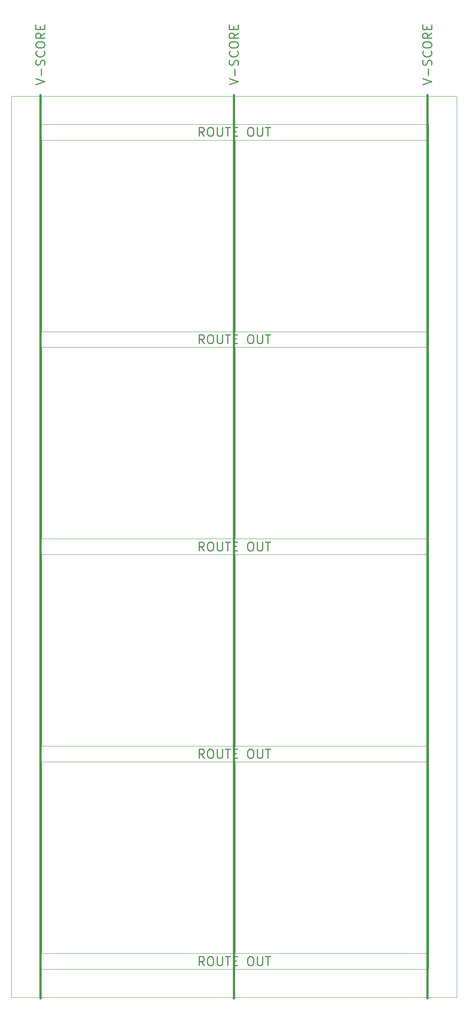
<source format=gko>
%TF.GenerationSoftware,KiCad,Pcbnew,8.0.6*%
%TF.CreationDate,2024-11-18T21:06:19-07:00*%
%TF.ProjectId,SparkFun_RTK_Postcard_panelized,53706172-6b46-4756-9e5f-52544b5f506f,rev?*%
%TF.SameCoordinates,Original*%
%TF.FileFunction,Soldermask,Bot*%
%TF.FilePolarity,Negative*%
%FSLAX46Y46*%
G04 Gerber Fmt 4.6, Leading zero omitted, Abs format (unit mm)*
G04 Created by KiCad (PCBNEW 8.0.6) date 2024-11-18 21:06:19*
%MOMM*%
%LPD*%
G01*
G04 APERTURE LIST*
%TA.AperFunction,Profile*%
%ADD10C,0.100000*%
%TD*%
%ADD11C,0.250000*%
%ADD12C,0.500000*%
G04 APERTURE END LIST*
D10*
X-500000Y-3548000D02*
X-500000Y186912000D01*
X87360000Y-3548000D02*
X-500000Y-3548000D01*
X87360000Y186912000D02*
X87360000Y-3548000D01*
X-500000Y186912000D02*
X87360000Y186912000D01*
X-6850000Y-9898000D02*
X-6850000Y193262000D01*
X93710000Y-9898000D02*
X-6850000Y-9898000D01*
X93710000Y193262000D02*
X93710000Y-9898000D01*
X-6850000Y193262000D02*
X93710000Y193262000D01*
X43680000Y183364000D02*
X86860000Y183364000D01*
X86860000Y140184000D01*
X43680000Y140184000D01*
X43680000Y183364000D01*
X43680000Y136636000D02*
X86860000Y136636000D01*
X86860000Y93456000D01*
X43680000Y93456000D01*
X43680000Y136636000D01*
X43680000Y89908000D02*
X86860000Y89908000D01*
X86860000Y46728000D01*
X43680000Y46728000D01*
X43680000Y89908000D01*
X43680000Y43180000D02*
X86860000Y43180000D01*
X86860000Y0D01*
X43680000Y0D01*
X43680000Y43180000D01*
X0Y183364000D02*
X43180000Y183364000D01*
X43180000Y140184000D01*
X0Y140184000D01*
X0Y183364000D01*
X0Y136636000D02*
X43180000Y136636000D01*
X43180000Y93456000D01*
X0Y93456000D01*
X0Y136636000D01*
X0Y89908000D02*
X43180000Y89908000D01*
X43180000Y46728000D01*
X0Y46728000D01*
X0Y89908000D01*
X0Y43180000D02*
X43180000Y43180000D01*
X43180000Y0D01*
X0Y0D01*
X0Y43180000D01*
D11*
X36668094Y-2686238D02*
X36001427Y-1733857D01*
X35525237Y-2686238D02*
X35525237Y-686238D01*
X35525237Y-686238D02*
X36287142Y-686238D01*
X36287142Y-686238D02*
X36477618Y-781476D01*
X36477618Y-781476D02*
X36572856Y-876714D01*
X36572856Y-876714D02*
X36668094Y-1067190D01*
X36668094Y-1067190D02*
X36668094Y-1352904D01*
X36668094Y-1352904D02*
X36572856Y-1543380D01*
X36572856Y-1543380D02*
X36477618Y-1638619D01*
X36477618Y-1638619D02*
X36287142Y-1733857D01*
X36287142Y-1733857D02*
X35525237Y-1733857D01*
X37906189Y-686238D02*
X38287142Y-686238D01*
X38287142Y-686238D02*
X38477618Y-781476D01*
X38477618Y-781476D02*
X38668094Y-971952D01*
X38668094Y-971952D02*
X38763332Y-1352904D01*
X38763332Y-1352904D02*
X38763332Y-2019571D01*
X38763332Y-2019571D02*
X38668094Y-2400523D01*
X38668094Y-2400523D02*
X38477618Y-2591000D01*
X38477618Y-2591000D02*
X38287142Y-2686238D01*
X38287142Y-2686238D02*
X37906189Y-2686238D01*
X37906189Y-2686238D02*
X37715713Y-2591000D01*
X37715713Y-2591000D02*
X37525237Y-2400523D01*
X37525237Y-2400523D02*
X37429999Y-2019571D01*
X37429999Y-2019571D02*
X37429999Y-1352904D01*
X37429999Y-1352904D02*
X37525237Y-971952D01*
X37525237Y-971952D02*
X37715713Y-781476D01*
X37715713Y-781476D02*
X37906189Y-686238D01*
X39620475Y-686238D02*
X39620475Y-2305285D01*
X39620475Y-2305285D02*
X39715713Y-2495761D01*
X39715713Y-2495761D02*
X39810951Y-2591000D01*
X39810951Y-2591000D02*
X40001427Y-2686238D01*
X40001427Y-2686238D02*
X40382380Y-2686238D01*
X40382380Y-2686238D02*
X40572856Y-2591000D01*
X40572856Y-2591000D02*
X40668094Y-2495761D01*
X40668094Y-2495761D02*
X40763332Y-2305285D01*
X40763332Y-2305285D02*
X40763332Y-686238D01*
X41429999Y-686238D02*
X42572856Y-686238D01*
X42001427Y-2686238D02*
X42001427Y-686238D01*
X43239523Y-1638619D02*
X43906190Y-1638619D01*
X44191904Y-2686238D02*
X43239523Y-2686238D01*
X43239523Y-2686238D02*
X43239523Y-686238D01*
X43239523Y-686238D02*
X44191904Y-686238D01*
X46953809Y-686238D02*
X47334762Y-686238D01*
X47334762Y-686238D02*
X47525238Y-781476D01*
X47525238Y-781476D02*
X47715714Y-971952D01*
X47715714Y-971952D02*
X47810952Y-1352904D01*
X47810952Y-1352904D02*
X47810952Y-2019571D01*
X47810952Y-2019571D02*
X47715714Y-2400523D01*
X47715714Y-2400523D02*
X47525238Y-2591000D01*
X47525238Y-2591000D02*
X47334762Y-2686238D01*
X47334762Y-2686238D02*
X46953809Y-2686238D01*
X46953809Y-2686238D02*
X46763333Y-2591000D01*
X46763333Y-2591000D02*
X46572857Y-2400523D01*
X46572857Y-2400523D02*
X46477619Y-2019571D01*
X46477619Y-2019571D02*
X46477619Y-1352904D01*
X46477619Y-1352904D02*
X46572857Y-971952D01*
X46572857Y-971952D02*
X46763333Y-781476D01*
X46763333Y-781476D02*
X46953809Y-686238D01*
X48668095Y-686238D02*
X48668095Y-2305285D01*
X48668095Y-2305285D02*
X48763333Y-2495761D01*
X48763333Y-2495761D02*
X48858571Y-2591000D01*
X48858571Y-2591000D02*
X49049047Y-2686238D01*
X49049047Y-2686238D02*
X49430000Y-2686238D01*
X49430000Y-2686238D02*
X49620476Y-2591000D01*
X49620476Y-2591000D02*
X49715714Y-2495761D01*
X49715714Y-2495761D02*
X49810952Y-2305285D01*
X49810952Y-2305285D02*
X49810952Y-686238D01*
X50477619Y-686238D02*
X51620476Y-686238D01*
X51049047Y-2686238D02*
X51049047Y-686238D01*
X36668094Y44041762D02*
X36001427Y44994143D01*
X35525237Y44041762D02*
X35525237Y46041762D01*
X35525237Y46041762D02*
X36287142Y46041762D01*
X36287142Y46041762D02*
X36477618Y45946524D01*
X36477618Y45946524D02*
X36572856Y45851286D01*
X36572856Y45851286D02*
X36668094Y45660810D01*
X36668094Y45660810D02*
X36668094Y45375096D01*
X36668094Y45375096D02*
X36572856Y45184620D01*
X36572856Y45184620D02*
X36477618Y45089381D01*
X36477618Y45089381D02*
X36287142Y44994143D01*
X36287142Y44994143D02*
X35525237Y44994143D01*
X37906189Y46041762D02*
X38287142Y46041762D01*
X38287142Y46041762D02*
X38477618Y45946524D01*
X38477618Y45946524D02*
X38668094Y45756048D01*
X38668094Y45756048D02*
X38763332Y45375096D01*
X38763332Y45375096D02*
X38763332Y44708429D01*
X38763332Y44708429D02*
X38668094Y44327477D01*
X38668094Y44327477D02*
X38477618Y44137000D01*
X38477618Y44137000D02*
X38287142Y44041762D01*
X38287142Y44041762D02*
X37906189Y44041762D01*
X37906189Y44041762D02*
X37715713Y44137000D01*
X37715713Y44137000D02*
X37525237Y44327477D01*
X37525237Y44327477D02*
X37429999Y44708429D01*
X37429999Y44708429D02*
X37429999Y45375096D01*
X37429999Y45375096D02*
X37525237Y45756048D01*
X37525237Y45756048D02*
X37715713Y45946524D01*
X37715713Y45946524D02*
X37906189Y46041762D01*
X39620475Y46041762D02*
X39620475Y44422715D01*
X39620475Y44422715D02*
X39715713Y44232239D01*
X39715713Y44232239D02*
X39810951Y44137000D01*
X39810951Y44137000D02*
X40001427Y44041762D01*
X40001427Y44041762D02*
X40382380Y44041762D01*
X40382380Y44041762D02*
X40572856Y44137000D01*
X40572856Y44137000D02*
X40668094Y44232239D01*
X40668094Y44232239D02*
X40763332Y44422715D01*
X40763332Y44422715D02*
X40763332Y46041762D01*
X41429999Y46041762D02*
X42572856Y46041762D01*
X42001427Y44041762D02*
X42001427Y46041762D01*
X43239523Y45089381D02*
X43906190Y45089381D01*
X44191904Y44041762D02*
X43239523Y44041762D01*
X43239523Y44041762D02*
X43239523Y46041762D01*
X43239523Y46041762D02*
X44191904Y46041762D01*
X46953809Y46041762D02*
X47334762Y46041762D01*
X47334762Y46041762D02*
X47525238Y45946524D01*
X47525238Y45946524D02*
X47715714Y45756048D01*
X47715714Y45756048D02*
X47810952Y45375096D01*
X47810952Y45375096D02*
X47810952Y44708429D01*
X47810952Y44708429D02*
X47715714Y44327477D01*
X47715714Y44327477D02*
X47525238Y44137000D01*
X47525238Y44137000D02*
X47334762Y44041762D01*
X47334762Y44041762D02*
X46953809Y44041762D01*
X46953809Y44041762D02*
X46763333Y44137000D01*
X46763333Y44137000D02*
X46572857Y44327477D01*
X46572857Y44327477D02*
X46477619Y44708429D01*
X46477619Y44708429D02*
X46477619Y45375096D01*
X46477619Y45375096D02*
X46572857Y45756048D01*
X46572857Y45756048D02*
X46763333Y45946524D01*
X46763333Y45946524D02*
X46953809Y46041762D01*
X48668095Y46041762D02*
X48668095Y44422715D01*
X48668095Y44422715D02*
X48763333Y44232239D01*
X48763333Y44232239D02*
X48858571Y44137000D01*
X48858571Y44137000D02*
X49049047Y44041762D01*
X49049047Y44041762D02*
X49430000Y44041762D01*
X49430000Y44041762D02*
X49620476Y44137000D01*
X49620476Y44137000D02*
X49715714Y44232239D01*
X49715714Y44232239D02*
X49810952Y44422715D01*
X49810952Y44422715D02*
X49810952Y46041762D01*
X50477619Y46041762D02*
X51620476Y46041762D01*
X51049047Y44041762D02*
X51049047Y46041762D01*
X36668094Y90769762D02*
X36001427Y91722143D01*
X35525237Y90769762D02*
X35525237Y92769762D01*
X35525237Y92769762D02*
X36287142Y92769762D01*
X36287142Y92769762D02*
X36477618Y92674524D01*
X36477618Y92674524D02*
X36572856Y92579286D01*
X36572856Y92579286D02*
X36668094Y92388810D01*
X36668094Y92388810D02*
X36668094Y92103096D01*
X36668094Y92103096D02*
X36572856Y91912620D01*
X36572856Y91912620D02*
X36477618Y91817381D01*
X36477618Y91817381D02*
X36287142Y91722143D01*
X36287142Y91722143D02*
X35525237Y91722143D01*
X37906189Y92769762D02*
X38287142Y92769762D01*
X38287142Y92769762D02*
X38477618Y92674524D01*
X38477618Y92674524D02*
X38668094Y92484048D01*
X38668094Y92484048D02*
X38763332Y92103096D01*
X38763332Y92103096D02*
X38763332Y91436429D01*
X38763332Y91436429D02*
X38668094Y91055477D01*
X38668094Y91055477D02*
X38477618Y90865000D01*
X38477618Y90865000D02*
X38287142Y90769762D01*
X38287142Y90769762D02*
X37906189Y90769762D01*
X37906189Y90769762D02*
X37715713Y90865000D01*
X37715713Y90865000D02*
X37525237Y91055477D01*
X37525237Y91055477D02*
X37429999Y91436429D01*
X37429999Y91436429D02*
X37429999Y92103096D01*
X37429999Y92103096D02*
X37525237Y92484048D01*
X37525237Y92484048D02*
X37715713Y92674524D01*
X37715713Y92674524D02*
X37906189Y92769762D01*
X39620475Y92769762D02*
X39620475Y91150715D01*
X39620475Y91150715D02*
X39715713Y90960239D01*
X39715713Y90960239D02*
X39810951Y90865000D01*
X39810951Y90865000D02*
X40001427Y90769762D01*
X40001427Y90769762D02*
X40382380Y90769762D01*
X40382380Y90769762D02*
X40572856Y90865000D01*
X40572856Y90865000D02*
X40668094Y90960239D01*
X40668094Y90960239D02*
X40763332Y91150715D01*
X40763332Y91150715D02*
X40763332Y92769762D01*
X41429999Y92769762D02*
X42572856Y92769762D01*
X42001427Y90769762D02*
X42001427Y92769762D01*
X43239523Y91817381D02*
X43906190Y91817381D01*
X44191904Y90769762D02*
X43239523Y90769762D01*
X43239523Y90769762D02*
X43239523Y92769762D01*
X43239523Y92769762D02*
X44191904Y92769762D01*
X46953809Y92769762D02*
X47334762Y92769762D01*
X47334762Y92769762D02*
X47525238Y92674524D01*
X47525238Y92674524D02*
X47715714Y92484048D01*
X47715714Y92484048D02*
X47810952Y92103096D01*
X47810952Y92103096D02*
X47810952Y91436429D01*
X47810952Y91436429D02*
X47715714Y91055477D01*
X47715714Y91055477D02*
X47525238Y90865000D01*
X47525238Y90865000D02*
X47334762Y90769762D01*
X47334762Y90769762D02*
X46953809Y90769762D01*
X46953809Y90769762D02*
X46763333Y90865000D01*
X46763333Y90865000D02*
X46572857Y91055477D01*
X46572857Y91055477D02*
X46477619Y91436429D01*
X46477619Y91436429D02*
X46477619Y92103096D01*
X46477619Y92103096D02*
X46572857Y92484048D01*
X46572857Y92484048D02*
X46763333Y92674524D01*
X46763333Y92674524D02*
X46953809Y92769762D01*
X48668095Y92769762D02*
X48668095Y91150715D01*
X48668095Y91150715D02*
X48763333Y90960239D01*
X48763333Y90960239D02*
X48858571Y90865000D01*
X48858571Y90865000D02*
X49049047Y90769762D01*
X49049047Y90769762D02*
X49430000Y90769762D01*
X49430000Y90769762D02*
X49620476Y90865000D01*
X49620476Y90865000D02*
X49715714Y90960239D01*
X49715714Y90960239D02*
X49810952Y91150715D01*
X49810952Y91150715D02*
X49810952Y92769762D01*
X50477619Y92769762D02*
X51620476Y92769762D01*
X51049047Y90769762D02*
X51049047Y92769762D01*
X36668094Y137497761D02*
X36001427Y138450142D01*
X35525237Y137497761D02*
X35525237Y139497761D01*
X35525237Y139497761D02*
X36287142Y139497761D01*
X36287142Y139497761D02*
X36477618Y139402523D01*
X36477618Y139402523D02*
X36572856Y139307285D01*
X36572856Y139307285D02*
X36668094Y139116809D01*
X36668094Y139116809D02*
X36668094Y138831095D01*
X36668094Y138831095D02*
X36572856Y138640619D01*
X36572856Y138640619D02*
X36477618Y138545380D01*
X36477618Y138545380D02*
X36287142Y138450142D01*
X36287142Y138450142D02*
X35525237Y138450142D01*
X37906189Y139497761D02*
X38287142Y139497761D01*
X38287142Y139497761D02*
X38477618Y139402523D01*
X38477618Y139402523D02*
X38668094Y139212047D01*
X38668094Y139212047D02*
X38763332Y138831095D01*
X38763332Y138831095D02*
X38763332Y138164428D01*
X38763332Y138164428D02*
X38668094Y137783476D01*
X38668094Y137783476D02*
X38477618Y137593000D01*
X38477618Y137593000D02*
X38287142Y137497761D01*
X38287142Y137497761D02*
X37906189Y137497761D01*
X37906189Y137497761D02*
X37715713Y137593000D01*
X37715713Y137593000D02*
X37525237Y137783476D01*
X37525237Y137783476D02*
X37429999Y138164428D01*
X37429999Y138164428D02*
X37429999Y138831095D01*
X37429999Y138831095D02*
X37525237Y139212047D01*
X37525237Y139212047D02*
X37715713Y139402523D01*
X37715713Y139402523D02*
X37906189Y139497761D01*
X39620475Y139497761D02*
X39620475Y137878714D01*
X39620475Y137878714D02*
X39715713Y137688238D01*
X39715713Y137688238D02*
X39810951Y137593000D01*
X39810951Y137593000D02*
X40001427Y137497761D01*
X40001427Y137497761D02*
X40382380Y137497761D01*
X40382380Y137497761D02*
X40572856Y137593000D01*
X40572856Y137593000D02*
X40668094Y137688238D01*
X40668094Y137688238D02*
X40763332Y137878714D01*
X40763332Y137878714D02*
X40763332Y139497761D01*
X41429999Y139497761D02*
X42572856Y139497761D01*
X42001427Y137497761D02*
X42001427Y139497761D01*
X43239523Y138545380D02*
X43906190Y138545380D01*
X44191904Y137497761D02*
X43239523Y137497761D01*
X43239523Y137497761D02*
X43239523Y139497761D01*
X43239523Y139497761D02*
X44191904Y139497761D01*
X46953809Y139497761D02*
X47334762Y139497761D01*
X47334762Y139497761D02*
X47525238Y139402523D01*
X47525238Y139402523D02*
X47715714Y139212047D01*
X47715714Y139212047D02*
X47810952Y138831095D01*
X47810952Y138831095D02*
X47810952Y138164428D01*
X47810952Y138164428D02*
X47715714Y137783476D01*
X47715714Y137783476D02*
X47525238Y137593000D01*
X47525238Y137593000D02*
X47334762Y137497761D01*
X47334762Y137497761D02*
X46953809Y137497761D01*
X46953809Y137497761D02*
X46763333Y137593000D01*
X46763333Y137593000D02*
X46572857Y137783476D01*
X46572857Y137783476D02*
X46477619Y138164428D01*
X46477619Y138164428D02*
X46477619Y138831095D01*
X46477619Y138831095D02*
X46572857Y139212047D01*
X46572857Y139212047D02*
X46763333Y139402523D01*
X46763333Y139402523D02*
X46953809Y139497761D01*
X48668095Y139497761D02*
X48668095Y137878714D01*
X48668095Y137878714D02*
X48763333Y137688238D01*
X48763333Y137688238D02*
X48858571Y137593000D01*
X48858571Y137593000D02*
X49049047Y137497761D01*
X49049047Y137497761D02*
X49430000Y137497761D01*
X49430000Y137497761D02*
X49620476Y137593000D01*
X49620476Y137593000D02*
X49715714Y137688238D01*
X49715714Y137688238D02*
X49810952Y137878714D01*
X49810952Y137878714D02*
X49810952Y139497761D01*
X50477619Y139497761D02*
X51620476Y139497761D01*
X51049047Y137497761D02*
X51049047Y139497761D01*
X36668094Y184225761D02*
X36001427Y185178142D01*
X35525237Y184225761D02*
X35525237Y186225761D01*
X35525237Y186225761D02*
X36287142Y186225761D01*
X36287142Y186225761D02*
X36477618Y186130523D01*
X36477618Y186130523D02*
X36572856Y186035285D01*
X36572856Y186035285D02*
X36668094Y185844809D01*
X36668094Y185844809D02*
X36668094Y185559095D01*
X36668094Y185559095D02*
X36572856Y185368619D01*
X36572856Y185368619D02*
X36477618Y185273380D01*
X36477618Y185273380D02*
X36287142Y185178142D01*
X36287142Y185178142D02*
X35525237Y185178142D01*
X37906189Y186225761D02*
X38287142Y186225761D01*
X38287142Y186225761D02*
X38477618Y186130523D01*
X38477618Y186130523D02*
X38668094Y185940047D01*
X38668094Y185940047D02*
X38763332Y185559095D01*
X38763332Y185559095D02*
X38763332Y184892428D01*
X38763332Y184892428D02*
X38668094Y184511476D01*
X38668094Y184511476D02*
X38477618Y184321000D01*
X38477618Y184321000D02*
X38287142Y184225761D01*
X38287142Y184225761D02*
X37906189Y184225761D01*
X37906189Y184225761D02*
X37715713Y184321000D01*
X37715713Y184321000D02*
X37525237Y184511476D01*
X37525237Y184511476D02*
X37429999Y184892428D01*
X37429999Y184892428D02*
X37429999Y185559095D01*
X37429999Y185559095D02*
X37525237Y185940047D01*
X37525237Y185940047D02*
X37715713Y186130523D01*
X37715713Y186130523D02*
X37906189Y186225761D01*
X39620475Y186225761D02*
X39620475Y184606714D01*
X39620475Y184606714D02*
X39715713Y184416238D01*
X39715713Y184416238D02*
X39810951Y184321000D01*
X39810951Y184321000D02*
X40001427Y184225761D01*
X40001427Y184225761D02*
X40382380Y184225761D01*
X40382380Y184225761D02*
X40572856Y184321000D01*
X40572856Y184321000D02*
X40668094Y184416238D01*
X40668094Y184416238D02*
X40763332Y184606714D01*
X40763332Y184606714D02*
X40763332Y186225761D01*
X41429999Y186225761D02*
X42572856Y186225761D01*
X42001427Y184225761D02*
X42001427Y186225761D01*
X43239523Y185273380D02*
X43906190Y185273380D01*
X44191904Y184225761D02*
X43239523Y184225761D01*
X43239523Y184225761D02*
X43239523Y186225761D01*
X43239523Y186225761D02*
X44191904Y186225761D01*
X46953809Y186225761D02*
X47334762Y186225761D01*
X47334762Y186225761D02*
X47525238Y186130523D01*
X47525238Y186130523D02*
X47715714Y185940047D01*
X47715714Y185940047D02*
X47810952Y185559095D01*
X47810952Y185559095D02*
X47810952Y184892428D01*
X47810952Y184892428D02*
X47715714Y184511476D01*
X47715714Y184511476D02*
X47525238Y184321000D01*
X47525238Y184321000D02*
X47334762Y184225761D01*
X47334762Y184225761D02*
X46953809Y184225761D01*
X46953809Y184225761D02*
X46763333Y184321000D01*
X46763333Y184321000D02*
X46572857Y184511476D01*
X46572857Y184511476D02*
X46477619Y184892428D01*
X46477619Y184892428D02*
X46477619Y185559095D01*
X46477619Y185559095D02*
X46572857Y185940047D01*
X46572857Y185940047D02*
X46763333Y186130523D01*
X46763333Y186130523D02*
X46953809Y186225761D01*
X48668095Y186225761D02*
X48668095Y184606714D01*
X48668095Y184606714D02*
X48763333Y184416238D01*
X48763333Y184416238D02*
X48858571Y184321000D01*
X48858571Y184321000D02*
X49049047Y184225761D01*
X49049047Y184225761D02*
X49430000Y184225761D01*
X49430000Y184225761D02*
X49620476Y184321000D01*
X49620476Y184321000D02*
X49715714Y184416238D01*
X49715714Y184416238D02*
X49810952Y184606714D01*
X49810952Y184606714D02*
X49810952Y186225761D01*
X50477619Y186225761D02*
X51620476Y186225761D01*
X51049047Y184225761D02*
X51049047Y186225761D01*
X86022238Y195866949D02*
X88022238Y196533615D01*
X88022238Y196533615D02*
X86022238Y197200282D01*
X87260333Y197866949D02*
X87260333Y199390759D01*
X87927000Y200247901D02*
X88022238Y200533615D01*
X88022238Y200533615D02*
X88022238Y201009806D01*
X88022238Y201009806D02*
X87927000Y201200282D01*
X87927000Y201200282D02*
X87831761Y201295520D01*
X87831761Y201295520D02*
X87641285Y201390758D01*
X87641285Y201390758D02*
X87450809Y201390758D01*
X87450809Y201390758D02*
X87260333Y201295520D01*
X87260333Y201295520D02*
X87165095Y201200282D01*
X87165095Y201200282D02*
X87069857Y201009806D01*
X87069857Y201009806D02*
X86974619Y200628853D01*
X86974619Y200628853D02*
X86879380Y200438377D01*
X86879380Y200438377D02*
X86784142Y200343139D01*
X86784142Y200343139D02*
X86593666Y200247901D01*
X86593666Y200247901D02*
X86403190Y200247901D01*
X86403190Y200247901D02*
X86212714Y200343139D01*
X86212714Y200343139D02*
X86117476Y200438377D01*
X86117476Y200438377D02*
X86022238Y200628853D01*
X86022238Y200628853D02*
X86022238Y201105044D01*
X86022238Y201105044D02*
X86117476Y201390758D01*
X87831761Y203390758D02*
X87927000Y203295520D01*
X87927000Y203295520D02*
X88022238Y203009806D01*
X88022238Y203009806D02*
X88022238Y202819330D01*
X88022238Y202819330D02*
X87927000Y202533615D01*
X87927000Y202533615D02*
X87736523Y202343139D01*
X87736523Y202343139D02*
X87546047Y202247901D01*
X87546047Y202247901D02*
X87165095Y202152663D01*
X87165095Y202152663D02*
X86879380Y202152663D01*
X86879380Y202152663D02*
X86498428Y202247901D01*
X86498428Y202247901D02*
X86307952Y202343139D01*
X86307952Y202343139D02*
X86117476Y202533615D01*
X86117476Y202533615D02*
X86022238Y202819330D01*
X86022238Y202819330D02*
X86022238Y203009806D01*
X86022238Y203009806D02*
X86117476Y203295520D01*
X86117476Y203295520D02*
X86212714Y203390758D01*
X86022238Y204628853D02*
X86022238Y205009806D01*
X86022238Y205009806D02*
X86117476Y205200282D01*
X86117476Y205200282D02*
X86307952Y205390758D01*
X86307952Y205390758D02*
X86688904Y205485996D01*
X86688904Y205485996D02*
X87355571Y205485996D01*
X87355571Y205485996D02*
X87736523Y205390758D01*
X87736523Y205390758D02*
X87927000Y205200282D01*
X87927000Y205200282D02*
X88022238Y205009806D01*
X88022238Y205009806D02*
X88022238Y204628853D01*
X88022238Y204628853D02*
X87927000Y204438377D01*
X87927000Y204438377D02*
X87736523Y204247901D01*
X87736523Y204247901D02*
X87355571Y204152663D01*
X87355571Y204152663D02*
X86688904Y204152663D01*
X86688904Y204152663D02*
X86307952Y204247901D01*
X86307952Y204247901D02*
X86117476Y204438377D01*
X86117476Y204438377D02*
X86022238Y204628853D01*
X88022238Y207485996D02*
X87069857Y206819329D01*
X88022238Y206343139D02*
X86022238Y206343139D01*
X86022238Y206343139D02*
X86022238Y207105044D01*
X86022238Y207105044D02*
X86117476Y207295520D01*
X86117476Y207295520D02*
X86212714Y207390758D01*
X86212714Y207390758D02*
X86403190Y207485996D01*
X86403190Y207485996D02*
X86688904Y207485996D01*
X86688904Y207485996D02*
X86879380Y207390758D01*
X86879380Y207390758D02*
X86974619Y207295520D01*
X86974619Y207295520D02*
X87069857Y207105044D01*
X87069857Y207105044D02*
X87069857Y206343139D01*
X86974619Y208343139D02*
X86974619Y209009806D01*
X88022238Y209295520D02*
X88022238Y208343139D01*
X88022238Y208343139D02*
X86022238Y208343139D01*
X86022238Y208343139D02*
X86022238Y209295520D01*
D12*
X87110000Y193512000D02*
X87110000Y-10148000D01*
D11*
X42342238Y195866949D02*
X44342238Y196533615D01*
X44342238Y196533615D02*
X42342238Y197200282D01*
X43580333Y197866949D02*
X43580333Y199390759D01*
X44247000Y200247901D02*
X44342238Y200533615D01*
X44342238Y200533615D02*
X44342238Y201009806D01*
X44342238Y201009806D02*
X44247000Y201200282D01*
X44247000Y201200282D02*
X44151761Y201295520D01*
X44151761Y201295520D02*
X43961285Y201390758D01*
X43961285Y201390758D02*
X43770809Y201390758D01*
X43770809Y201390758D02*
X43580333Y201295520D01*
X43580333Y201295520D02*
X43485095Y201200282D01*
X43485095Y201200282D02*
X43389857Y201009806D01*
X43389857Y201009806D02*
X43294619Y200628853D01*
X43294619Y200628853D02*
X43199380Y200438377D01*
X43199380Y200438377D02*
X43104142Y200343139D01*
X43104142Y200343139D02*
X42913666Y200247901D01*
X42913666Y200247901D02*
X42723190Y200247901D01*
X42723190Y200247901D02*
X42532714Y200343139D01*
X42532714Y200343139D02*
X42437476Y200438377D01*
X42437476Y200438377D02*
X42342238Y200628853D01*
X42342238Y200628853D02*
X42342238Y201105044D01*
X42342238Y201105044D02*
X42437476Y201390758D01*
X44151761Y203390758D02*
X44247000Y203295520D01*
X44247000Y203295520D02*
X44342238Y203009806D01*
X44342238Y203009806D02*
X44342238Y202819330D01*
X44342238Y202819330D02*
X44247000Y202533615D01*
X44247000Y202533615D02*
X44056523Y202343139D01*
X44056523Y202343139D02*
X43866047Y202247901D01*
X43866047Y202247901D02*
X43485095Y202152663D01*
X43485095Y202152663D02*
X43199380Y202152663D01*
X43199380Y202152663D02*
X42818428Y202247901D01*
X42818428Y202247901D02*
X42627952Y202343139D01*
X42627952Y202343139D02*
X42437476Y202533615D01*
X42437476Y202533615D02*
X42342238Y202819330D01*
X42342238Y202819330D02*
X42342238Y203009806D01*
X42342238Y203009806D02*
X42437476Y203295520D01*
X42437476Y203295520D02*
X42532714Y203390758D01*
X42342238Y204628853D02*
X42342238Y205009806D01*
X42342238Y205009806D02*
X42437476Y205200282D01*
X42437476Y205200282D02*
X42627952Y205390758D01*
X42627952Y205390758D02*
X43008904Y205485996D01*
X43008904Y205485996D02*
X43675571Y205485996D01*
X43675571Y205485996D02*
X44056523Y205390758D01*
X44056523Y205390758D02*
X44247000Y205200282D01*
X44247000Y205200282D02*
X44342238Y205009806D01*
X44342238Y205009806D02*
X44342238Y204628853D01*
X44342238Y204628853D02*
X44247000Y204438377D01*
X44247000Y204438377D02*
X44056523Y204247901D01*
X44056523Y204247901D02*
X43675571Y204152663D01*
X43675571Y204152663D02*
X43008904Y204152663D01*
X43008904Y204152663D02*
X42627952Y204247901D01*
X42627952Y204247901D02*
X42437476Y204438377D01*
X42437476Y204438377D02*
X42342238Y204628853D01*
X44342238Y207485996D02*
X43389857Y206819329D01*
X44342238Y206343139D02*
X42342238Y206343139D01*
X42342238Y206343139D02*
X42342238Y207105044D01*
X42342238Y207105044D02*
X42437476Y207295520D01*
X42437476Y207295520D02*
X42532714Y207390758D01*
X42532714Y207390758D02*
X42723190Y207485996D01*
X42723190Y207485996D02*
X43008904Y207485996D01*
X43008904Y207485996D02*
X43199380Y207390758D01*
X43199380Y207390758D02*
X43294619Y207295520D01*
X43294619Y207295520D02*
X43389857Y207105044D01*
X43389857Y207105044D02*
X43389857Y206343139D01*
X43294619Y208343139D02*
X43294619Y209009806D01*
X44342238Y209295520D02*
X44342238Y208343139D01*
X44342238Y208343139D02*
X42342238Y208343139D01*
X42342238Y208343139D02*
X42342238Y209295520D01*
D12*
X43430000Y193512000D02*
X43430000Y-10148000D01*
D11*
X-1337762Y195866949D02*
X662238Y196533615D01*
X662238Y196533615D02*
X-1337762Y197200282D01*
X-99667Y197866949D02*
X-99667Y199390759D01*
X567000Y200247901D02*
X662238Y200533615D01*
X662238Y200533615D02*
X662238Y201009806D01*
X662238Y201009806D02*
X567000Y201200282D01*
X567000Y201200282D02*
X471761Y201295520D01*
X471761Y201295520D02*
X281285Y201390758D01*
X281285Y201390758D02*
X90809Y201390758D01*
X90809Y201390758D02*
X-99667Y201295520D01*
X-99667Y201295520D02*
X-194905Y201200282D01*
X-194905Y201200282D02*
X-290143Y201009806D01*
X-290143Y201009806D02*
X-385381Y200628853D01*
X-385381Y200628853D02*
X-480620Y200438377D01*
X-480620Y200438377D02*
X-575858Y200343139D01*
X-575858Y200343139D02*
X-766334Y200247901D01*
X-766334Y200247901D02*
X-956810Y200247901D01*
X-956810Y200247901D02*
X-1147286Y200343139D01*
X-1147286Y200343139D02*
X-1242524Y200438377D01*
X-1242524Y200438377D02*
X-1337762Y200628853D01*
X-1337762Y200628853D02*
X-1337762Y201105044D01*
X-1337762Y201105044D02*
X-1242524Y201390758D01*
X471761Y203390758D02*
X567000Y203295520D01*
X567000Y203295520D02*
X662238Y203009806D01*
X662238Y203009806D02*
X662238Y202819330D01*
X662238Y202819330D02*
X567000Y202533615D01*
X567000Y202533615D02*
X376523Y202343139D01*
X376523Y202343139D02*
X186047Y202247901D01*
X186047Y202247901D02*
X-194905Y202152663D01*
X-194905Y202152663D02*
X-480620Y202152663D01*
X-480620Y202152663D02*
X-861572Y202247901D01*
X-861572Y202247901D02*
X-1052048Y202343139D01*
X-1052048Y202343139D02*
X-1242524Y202533615D01*
X-1242524Y202533615D02*
X-1337762Y202819330D01*
X-1337762Y202819330D02*
X-1337762Y203009806D01*
X-1337762Y203009806D02*
X-1242524Y203295520D01*
X-1242524Y203295520D02*
X-1147286Y203390758D01*
X-1337762Y204628853D02*
X-1337762Y205009806D01*
X-1337762Y205009806D02*
X-1242524Y205200282D01*
X-1242524Y205200282D02*
X-1052048Y205390758D01*
X-1052048Y205390758D02*
X-671096Y205485996D01*
X-671096Y205485996D02*
X-4429Y205485996D01*
X-4429Y205485996D02*
X376523Y205390758D01*
X376523Y205390758D02*
X567000Y205200282D01*
X567000Y205200282D02*
X662238Y205009806D01*
X662238Y205009806D02*
X662238Y204628853D01*
X662238Y204628853D02*
X567000Y204438377D01*
X567000Y204438377D02*
X376523Y204247901D01*
X376523Y204247901D02*
X-4429Y204152663D01*
X-4429Y204152663D02*
X-671096Y204152663D01*
X-671096Y204152663D02*
X-1052048Y204247901D01*
X-1052048Y204247901D02*
X-1242524Y204438377D01*
X-1242524Y204438377D02*
X-1337762Y204628853D01*
X662238Y207485996D02*
X-290143Y206819329D01*
X662238Y206343139D02*
X-1337762Y206343139D01*
X-1337762Y206343139D02*
X-1337762Y207105044D01*
X-1337762Y207105044D02*
X-1242524Y207295520D01*
X-1242524Y207295520D02*
X-1147286Y207390758D01*
X-1147286Y207390758D02*
X-956810Y207485996D01*
X-956810Y207485996D02*
X-671096Y207485996D01*
X-671096Y207485996D02*
X-480620Y207390758D01*
X-480620Y207390758D02*
X-385381Y207295520D01*
X-385381Y207295520D02*
X-290143Y207105044D01*
X-290143Y207105044D02*
X-290143Y206343139D01*
X-385381Y208343139D02*
X-385381Y209009806D01*
X662238Y209295520D02*
X662238Y208343139D01*
X662238Y208343139D02*
X-1337762Y208343139D01*
X-1337762Y208343139D02*
X-1337762Y209295520D01*
D12*
X-250000Y193512000D02*
X-250000Y-10148000D01*
M02*

</source>
